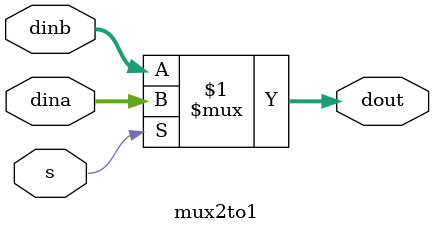
<source format=v>
module mux2to1 (dina, dinb, s, dout); // multiplexer, 32 bits
	input [31:0] dina, dinb; // inputs, 32 bits
	input s; // input, 1 bit
	output [31:0] dout; // output, 32 bits
	assign dout = s ? dina : dinb; 
endmodule

</source>
